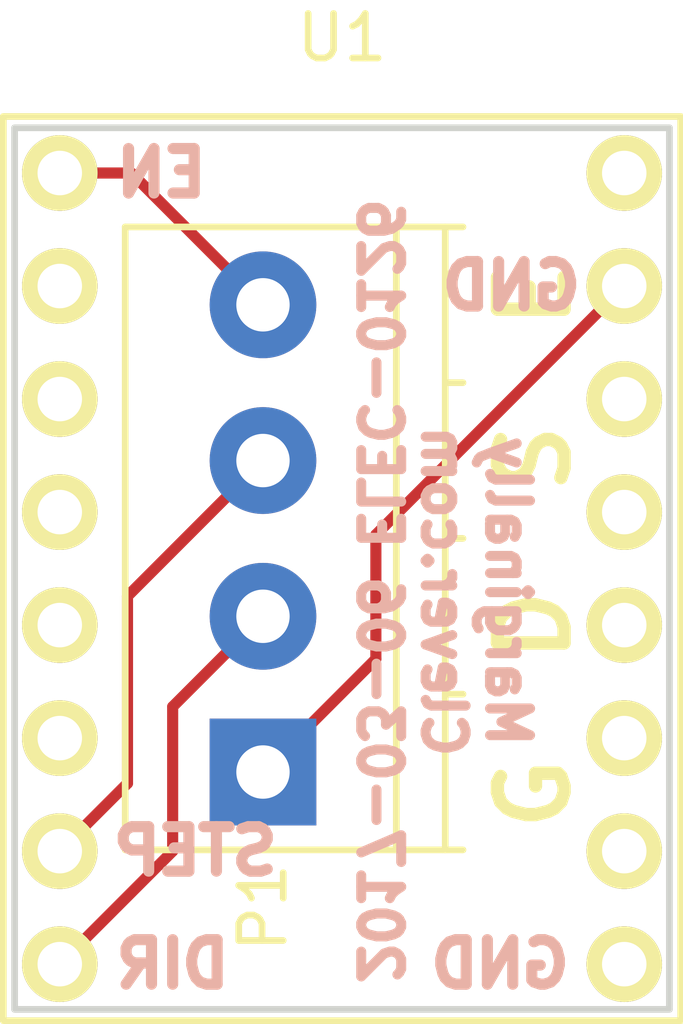
<source format=kicad_pcb>
(kicad_pcb (version 4) (host pcbnew 4.0.2-stable)

  (general
    (links 4)
    (no_connects 0)
    (area 153.902999 106.325 169.693001 129.815001)
    (thickness 1.6)
    (drawings 11)
    (tracks 11)
    (zones 0)
    (modules 2)
    (nets 17)
  )

  (page A4)
  (title_block
    (title "ELEC-0126 A4988 adapter board")
    (date 2017-04-10)
    (rev 2)
    (company "Marginally Clever Robots, Ltd.")
    (comment 1 "Dan Royer (dan@marginallyclever.com)")
  )

  (layers
    (0 F.Cu signal)
    (31 B.Cu signal)
    (32 B.Adhes user)
    (33 F.Adhes user)
    (34 B.Paste user)
    (35 F.Paste user)
    (36 B.SilkS user)
    (37 F.SilkS user)
    (38 B.Mask user)
    (39 F.Mask user)
    (40 Dwgs.User user)
    (41 Cmts.User user)
    (42 Eco1.User user)
    (43 Eco2.User user)
    (44 Edge.Cuts user)
    (45 Margin user)
    (46 B.CrtYd user)
    (47 F.CrtYd user)
    (48 B.Fab user)
    (49 F.Fab user)
  )

  (setup
    (last_trace_width 0.25)
    (trace_clearance 0.2)
    (zone_clearance 0.508)
    (zone_45_only no)
    (trace_min 0.2)
    (segment_width 0.2)
    (edge_width 0.15)
    (via_size 0.6)
    (via_drill 0.4)
    (via_min_size 0.4)
    (via_min_drill 0.3)
    (uvia_size 0.3)
    (uvia_drill 0.1)
    (uvias_allowed no)
    (uvia_min_size 0.2)
    (uvia_min_drill 0.1)
    (pcb_text_width 0.3)
    (pcb_text_size 1.5 1.5)
    (mod_edge_width 0.15)
    (mod_text_size 1 1)
    (mod_text_width 0.15)
    (pad_size 1.7 1.7)
    (pad_drill 1)
    (pad_to_mask_clearance 0.2)
    (aux_axis_origin 0 0)
    (visible_elements 7FFFFFFF)
    (pcbplotparams
      (layerselection 0x00030_80000001)
      (usegerberextensions false)
      (excludeedgelayer true)
      (linewidth 0.100000)
      (plotframeref false)
      (viasonmask false)
      (mode 1)
      (useauxorigin false)
      (hpglpennumber 1)
      (hpglpenspeed 20)
      (hpglpendiameter 15)
      (hpglpenoverlay 2)
      (psnegative false)
      (psa4output false)
      (plotreference true)
      (plotvalue true)
      (plotinvisibletext false)
      (padsonsilk false)
      (subtractmaskfromsilk false)
      (outputformat 1)
      (mirror false)
      (drillshape 0)
      (scaleselection 1)
      (outputdirectory ""))
  )

  (net 0 "")
  (net 1 "Net-(P1-Pad3)")
  (net 2 "Net-(U1-Pad2)")
  (net 3 "Net-(U1-Pad3)")
  (net 4 "Net-(U1-Pad4)")
  (net 5 "Net-(U1-Pad5)")
  (net 6 "Net-(U1-Pad6)")
  (net 7 "Net-(U1-Pad8)")
  (net 8 "Net-(U1-Pad10)")
  (net 9 "Net-(U1-Pad11)")
  (net 10 "Net-(U1-Pad12)")
  (net 11 "Net-(U1-Pad13)")
  (net 12 "Net-(U1-Pad14)")
  (net 13 GND)
  (net 14 "Net-(P1-Pad4)")
  (net 15 "Net-(P1-Pad2)")
  (net 16 "Net-(U1-Pad1)")

  (net_class Default "This is the default net class."
    (clearance 0.2)
    (trace_width 0.25)
    (via_dia 0.6)
    (via_drill 0.4)
    (uvia_dia 0.3)
    (uvia_drill 0.1)
    (add_net GND)
    (add_net "Net-(P1-Pad2)")
    (add_net "Net-(P1-Pad3)")
    (add_net "Net-(P1-Pad4)")
    (add_net "Net-(U1-Pad1)")
    (add_net "Net-(U1-Pad10)")
    (add_net "Net-(U1-Pad11)")
    (add_net "Net-(U1-Pad12)")
    (add_net "Net-(U1-Pad13)")
    (add_net "Net-(U1-Pad14)")
    (add_net "Net-(U1-Pad2)")
    (add_net "Net-(U1-Pad3)")
    (add_net "Net-(U1-Pad4)")
    (add_net "Net-(U1-Pad5)")
    (add_net "Net-(U1-Pad6)")
    (add_net "Net-(U1-Pad8)")
  )

  (module a4988:a4988 (layer F.Cu) (tedit 58BDB267) (tstamp 589E3538)
    (at 161.798 119.38 180)
    (path /589E261E)
    (fp_text reference U1 (at 0 11.93 180) (layer F.SilkS)
      (effects (font (size 1 1) (thickness 0.15)))
    )
    (fp_text value A4988 (at -2.286 8.636 180) (layer F.Fab)
      (effects (font (size 1 1) (thickness 0.15)))
    )
    (fp_line (start -7.62 -10.16) (end 7.62 -10.16) (layer F.SilkS) (width 0.15))
    (fp_line (start 7.62 -10.16) (end 7.62 10.16) (layer F.SilkS) (width 0.15))
    (fp_line (start 7.62 10.16) (end -7.62 10.16) (layer F.SilkS) (width 0.15))
    (fp_line (start -7.62 10.16) (end -7.62 -10.16) (layer F.SilkS) (width 0.15))
    (pad 1 thru_hole circle (at -6.35 -8.89 180) (size 1.7 1.7) (drill 1) (layers *.Cu *.Mask F.SilkS)
      (net 16 "Net-(U1-Pad1)"))
    (pad 2 thru_hole circle (at -6.35 -6.35 180) (size 1.7 1.7) (drill 1) (layers *.Cu *.Mask F.SilkS)
      (net 2 "Net-(U1-Pad2)"))
    (pad 3 thru_hole circle (at -6.35 -3.81 180) (size 1.7 1.7) (drill 1) (layers *.Cu *.Mask F.SilkS)
      (net 3 "Net-(U1-Pad3)"))
    (pad 4 thru_hole circle (at -6.35 -1.27 180) (size 1.7 1.7) (drill 1) (layers *.Cu *.Mask F.SilkS)
      (net 4 "Net-(U1-Pad4)"))
    (pad 5 thru_hole circle (at -6.35 1.27 180) (size 1.7 1.7) (drill 1) (layers *.Cu *.Mask F.SilkS)
      (net 5 "Net-(U1-Pad5)"))
    (pad 6 thru_hole circle (at -6.35 3.81 180) (size 1.7 1.7) (drill 1) (layers *.Cu *.Mask F.SilkS)
      (net 6 "Net-(U1-Pad6)"))
    (pad 7 thru_hole circle (at -6.35 6.35 180) (size 1.7 1.7) (drill 1) (layers *.Cu *.Mask F.SilkS)
      (net 13 GND))
    (pad 8 thru_hole circle (at -6.35 8.89 180) (size 1.7 1.7) (drill 1) (layers *.Cu *.Mask F.SilkS)
      (net 7 "Net-(U1-Pad8)"))
    (pad 9 thru_hole circle (at 6.35 8.89 180) (size 1.7 1.7) (drill 1) (layers *.Cu *.Mask F.SilkS)
      (net 14 "Net-(P1-Pad4)"))
    (pad 10 thru_hole circle (at 6.35 6.35 180) (size 1.7 1.7) (drill 1) (layers *.Cu *.Mask F.SilkS)
      (net 8 "Net-(U1-Pad10)"))
    (pad 11 thru_hole circle (at 6.35 3.81 180) (size 1.7 1.7) (drill 1) (layers *.Cu *.Mask F.SilkS)
      (net 9 "Net-(U1-Pad11)"))
    (pad 12 thru_hole circle (at 6.35 1.27 180) (size 1.7 1.7) (drill 1) (layers *.Cu *.Mask F.SilkS)
      (net 10 "Net-(U1-Pad12)"))
    (pad 13 thru_hole circle (at 6.35 -1.27 180) (size 1.7 1.7) (drill 1) (layers *.Cu *.Mask F.SilkS)
      (net 11 "Net-(U1-Pad13)"))
    (pad 14 thru_hole circle (at 6.35 -3.81 180) (size 1.7 1.7) (drill 1) (layers *.Cu *.Mask F.SilkS)
      (net 12 "Net-(U1-Pad14)"))
    (pad 15 thru_hole circle (at 6.35 -6.35 180) (size 1.7 1.7) (drill 1) (layers *.Cu *.Mask F.SilkS)
      (net 1 "Net-(P1-Pad3)"))
    (pad 16 thru_hole circle (at 6.35 -8.89 180) (size 1.7 1.7) (drill 1) (layers *.Cu *.Mask F.SilkS)
      (net 15 "Net-(P1-Pad2)"))
  )

  (module Terminal_Blocks:TerminalBlock_Pheonix_PT-3.5mm_4pol (layer F.Cu) (tedit 58BDE2EC) (tstamp 58BDB1ED)
    (at 160.02 123.952 90)
    (descr "4-way 3.5mm pitch terminal block, Phoenix PT series")
    (path /58BDB177)
    (fp_text reference P1 (at -3.048 0 90) (layer F.SilkS)
      (effects (font (size 1 1) (thickness 0.15)))
    )
    (fp_text value CONN_01X04 (at 5.08 -2.032 90) (layer F.Fab)
      (effects (font (size 1 1) (thickness 0.15)))
    )
    (fp_line (start -1.9 -3.3) (end 12.4 -3.3) (layer F.CrtYd) (width 0.05))
    (fp_line (start -1.9 4.7) (end -1.9 -3.3) (layer F.CrtYd) (width 0.05))
    (fp_line (start 12.4 4.7) (end -1.9 4.7) (layer F.CrtYd) (width 0.05))
    (fp_line (start 12.4 -3.3) (end 12.4 4.7) (layer F.CrtYd) (width 0.05))
    (fp_line (start 1.75 4.1) (end 1.75 4.5) (layer F.SilkS) (width 0.15))
    (fp_line (start 5.25 4.1) (end 5.25 4.5) (layer F.SilkS) (width 0.15))
    (fp_line (start 8.75 4.1) (end 8.75 4.5) (layer F.SilkS) (width 0.15))
    (fp_line (start -1.75 3) (end 12.25 3) (layer F.SilkS) (width 0.15))
    (fp_line (start -1.75 4.1) (end 12.25 4.1) (layer F.SilkS) (width 0.15))
    (fp_line (start -1.75 -3.1) (end -1.75 4.5) (layer F.SilkS) (width 0.15))
    (fp_line (start 12.25 4.5) (end 12.25 -3.1) (layer F.SilkS) (width 0.15))
    (fp_line (start 12.25 -3.1) (end -1.75 -3.1) (layer F.SilkS) (width 0.15))
    (pad 3 thru_hole circle (at 7 0 90) (size 2.4 2.4) (drill 1.2) (layers *.Cu *.Mask)
      (net 1 "Net-(P1-Pad3)"))
    (pad 4 thru_hole circle (at 10.5 0 90) (size 2.4 2.4) (drill 1.2) (layers *.Cu *.Mask)
      (net 14 "Net-(P1-Pad4)"))
    (pad 2 thru_hole circle (at 3.5 0 90) (size 2.4 2.4) (drill 1.2) (layers *.Cu *.Mask)
      (net 15 "Net-(P1-Pad2)"))
    (pad 1 thru_hole rect (at 0 0 90) (size 2.4 2.4) (drill 1.2) (layers *.Cu *.Mask)
      (net 13 GND))
    (model Terminal_Blocks.3dshapes/TerminalBlock_Pheonix_PT-3.5mm_4pol.wrl
      (at (xyz 0 0 0))
      (scale (xyz 1 1 1))
      (rotate (xyz 0 0 0))
    )
  )

  (gr_text "G  D  S  E" (at 166.116 118.872 90) (layer F.SilkS)
    (effects (font (size 1.5 1.5) (thickness 0.3)))
  )
  (gr_text GND (at 165.608 113.03) (layer B.SilkS)
    (effects (font (size 1 1) (thickness 0.25)) (justify mirror))
  )
  (gr_text EN (at 157.734 110.49) (layer B.SilkS)
    (effects (font (size 1 1) (thickness 0.25)) (justify mirror))
  )
  (gr_text GND (at 165.354 128.27) (layer B.SilkS)
    (effects (font (size 1 1) (thickness 0.25)) (justify mirror))
  )
  (gr_text STEP (at 158.496 125.73) (layer B.SilkS)
    (effects (font (size 1 1) (thickness 0.25)) (justify mirror))
  )
  (gr_text DIR (at 157.988 128.27) (layer B.SilkS)
    (effects (font (size 1 1) (thickness 0.25)) (justify mirror))
  )
  (gr_line (start 169.164 109.474) (end 169.164 129.286) (angle 90) (layer Edge.Cuts) (width 0.15))
  (gr_line (start 154.432 109.474) (end 169.164 109.474) (angle 90) (layer Edge.Cuts) (width 0.15))
  (gr_line (start 154.432 129.286) (end 154.432 109.474) (angle 90) (layer Edge.Cuts) (width 0.15))
  (gr_line (start 169.164 129.286) (end 154.432 129.286) (angle 90) (layer Edge.Cuts) (width 0.15))
  (gr_text "Marginally\nClever.com\n2017-03-06 ELEC-0126" (at 164.084 119.888 270) (layer B.SilkS)
    (effects (font (size 0.9 0.9) (thickness 0.225)) (justify mirror))
  )

  (segment (start 160.02 116.952) (end 156.972 120) (width 0.25) (layer F.Cu) (net 1))
  (segment (start 156.972 124.206) (end 155.448 125.73) (width 0.25) (layer F.Cu) (net 1) (tstamp 58BDB323))
  (segment (start 156.972 120) (end 156.972 124.206) (width 0.25) (layer F.Cu) (net 1) (tstamp 58BDB321))
  (segment (start 168.148 113.03) (end 162.56 118.618) (width 0.25) (layer F.Cu) (net 13))
  (segment (start 162.56 121.412) (end 160.02 123.952) (width 0.25) (layer F.Cu) (net 13) (tstamp 58BDB329))
  (segment (start 162.56 118.618) (end 162.56 121.412) (width 0.25) (layer F.Cu) (net 13) (tstamp 58BDB327))
  (segment (start 155.448 110.49) (end 157.058 110.49) (width 0.25) (layer F.Cu) (net 14))
  (segment (start 157.058 110.49) (end 160.02 113.452) (width 0.25) (layer F.Cu) (net 14) (tstamp 58BDB306))
  (segment (start 160.02 120.452) (end 157.988 122.484) (width 0.25) (layer F.Cu) (net 15))
  (segment (start 157.988 125.73) (end 155.448 128.27) (width 0.25) (layer F.Cu) (net 15) (tstamp 58BDB31C))
  (segment (start 157.988 122.484) (end 157.988 125.73) (width 0.25) (layer F.Cu) (net 15) (tstamp 58BDB31A))

)

</source>
